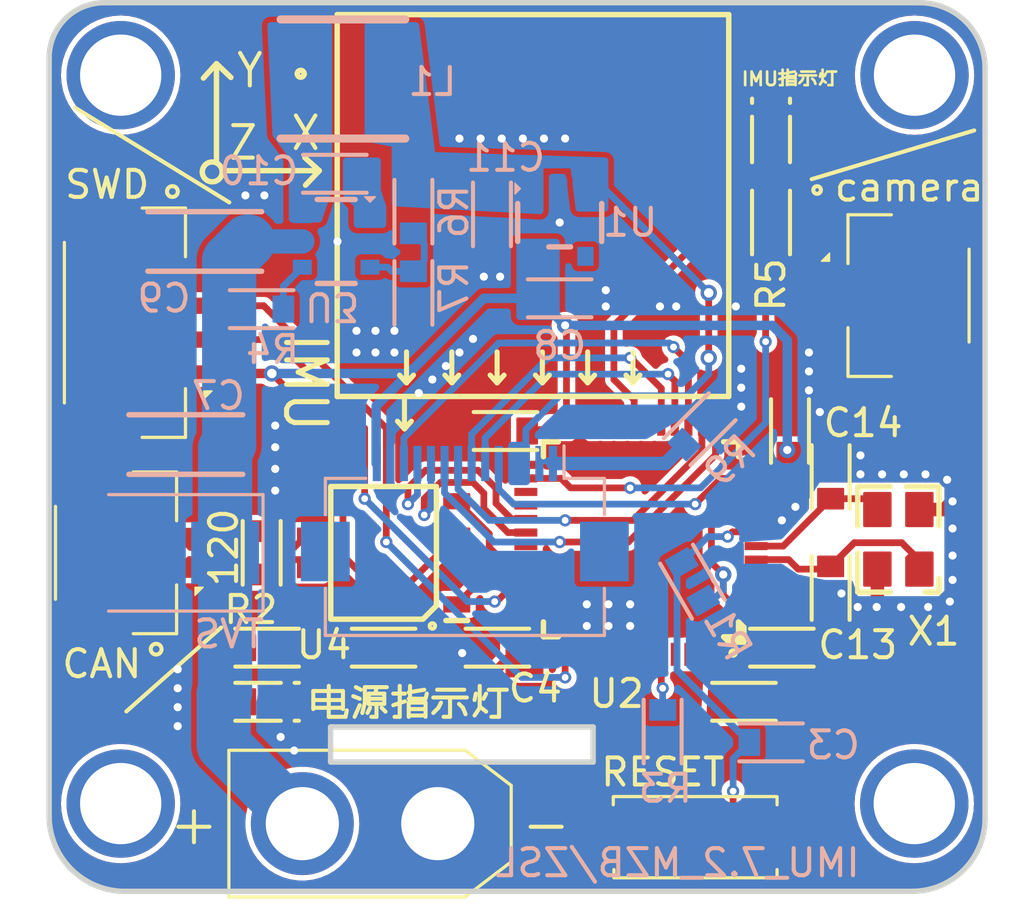
<source format=kicad_pcb>
(kicad_pcb (version 20211014) (generator pcbnew)
  (layers (0 "F.Cu" signal) (31 "B.Cu" signal) (34 "B.Paste" user) (35 "F.Paste" user) (36 "B.SilkS" user "B.Silkscreen") (37 "F.SilkS" user "F.Silkscreen") (38 "B.Mask" user) (39 "F.Mask" user) (44 "Edge.Cuts" user))
  (net 0 "")
  (net 1 "+3V3")
  (net 2 "GND")
  (net 3 "+24V")
  (net 4 "+5V")
  (net 5 "/RESET")
  (net 6 "/XTAL0")
  (net 7 "/XTAL1")
  (net 8 "Net-(D2-Pad2)")
  (net 9 "Net-(D3-Pad2)")
  (net 10 "/SWDIO")
  (net 11 "/SWCLK")
  (net 12 "Net-(J3-Pad1)")
  (net 13 "/BOOT0")
  (net 14 "Net-(C10-Pad1)")
  (net 15 "GNDPWR")
  (net 20 "/TIM10_CH1")
  (net 22 "/INT1_Acce1")
  (net 23 "/INT1_Gyro")
  (net 24 "/SPI1_CLK")
  (net 25 "/SPI1_MISO")
  (net 26 "/SPI1_MOSI")
  (net 31 "Net-(R4-Pad2)")
  (net 33 "/CS1_Acce1")
  (net 34 "/CS1_Gyro")
  (net 36 "/CAN0_RX")
  (net 37 "/CAN0_TX")
  (net 46 "/CAN_H")
  (net 47 "/CAN_L")
  (net 48 "Net-(C10-Pad2)")
  (net 50 "/LED")
  (net 51 "Net-(R6-Pad2)")
  (footprint "GENERAL_RCL_SMD:C0603(1608M)" (layer "F.Cu") (at 135.6 100.5 90)
    (fp_text reference "C2" hide)
    (fp_text value "104")
  )
  (footprint "GENERAL_RCL_SMD:C0603(1608M)" (layer "F.Cu") (at 124.8 108.5 180)
    (fp_text reference "C4")
    (fp_text value "104")
  )
  (footprint "GENERAL_RCL_SMD:C0603(1608M)" (layer "F.Cu") (at 137.1 106.3 90)
    (fp_text reference "C13")
    (fp_text value "18pF")
  )
  (footprint "GENERAL_XTAL_OSC_SMD:SMD-3225_4" (layer "F.Cu") (at 139.6 104.5 90)
    (fp_text reference "X1")
    (fp_text value "Xtal-4")
  )
  (footprint "GENERAL_RCL_SMD:C0603(1608M)" (layer "F.Cu") (at 133.9 110.5)
    (fp_text reference "C6" hide)
    (fp_text value "104")
  )
  (footprint "CONNECTOR_AMASS_THT:AMASS_XT30U-M_1x02_P5.0mm_Vertical" (layer "F.Cu") (at 122.6 115 180)
    (fp_text reference "J2" hide)
    (fp_text value "Conn_01x02")
  )
  (footprint "GENERAL_MIDDLE-SEMI_SMD:SOP-3949_8" (layer "F.Cu") (at 120.6 105 180)
    (fp_text reference "U4")
    (fp_text value "VP230")
  )
  (footprint "GENERAL_RCL_SMD:C0603(1608M)" (layer "F.Cu") (at 137.1 102.2 -90)
    (fp_text reference "C14")
    (fp_text value "18pF")
  )
  (footprint "GENERAL_RCL_SMD:R0603(1608M)" (layer "F.Cu") (at 134.9 92.8 -90)
    (fp_text reference "R5")
    (fp_text value "1K")
  )
  (footprint "GENERAL_RCL_SMD:C0603(1608M)" (layer "F.Cu") (at 120.6 108.5)
    (fp_text reference "C12" hide)
    (fp_text value "10nF")
  )
  (footprint "GENERAL_RCL_SMD:R0603(1608M)" (layer "F.Cu") (at 116.1 105 -90)
    (fp_text reference "120")
    (fp_text value "120R")
  )
  (footprint "GENERAL_MIDDLE-SEMI_SMD:QFP-7070_48" (layer "F.Cu") (at 130.1 104.5 180)
    (fp_text reference "U2")
    (fp_text value "STM32F103C8Tx")
  )
  (footprint "CONNECTOR_GH_SMD:GH1.25_V_2" (layer "F.Cu") (at 139.6 95.5 -90)
    (fp_text reference "camera")
    (fp_text value "Conn_01x02")
  )
  (footprint "GENERAL_RCL_SMD:C0603(1608M)" (layer "F.Cu") (at 135.3 108.5)
    (fp_text reference "C1" hide)
    (fp_text value "104")
  )
  (footprint "MY:Swith_3_6_2.5MM" (layer "F.Cu") (at 132.1 115.5 180)
    (fp_text reference "RESET")
    (fp_text value "SW_DIP_x01")
  )
  (footprint "GENERAL_RCL_SMD:C0603(1608M)" (layer "F.Cu") (at 125.1 100.5 180)
    (fp_text reference "C5" hide)
    (fp_text value "104")
  )
  (footprint "CONNECTOR_GH_SMD:GH1.25_V_2" (layer "F.Cu") (at 111.1 105 90)
    (fp_text reference "CAN")
    (fp_text value "Conn_01x02")
  )
  (footprint "GENERAL_2-PIN_PLASTIC_SMD:LED0603(1608M)" (layer "F.Cu") (at 134.9 89.4 -90)
    (fp_text reference "IMU指示灯")
    (fp_text value "蓝灯")
  )
  (footprint "GENERAL_2-PIN_PLASTIC_SMD:LED0603(1608M)" (layer "F.Cu") (at 116.3 110.5 180)
    (fp_text reference "电源指示灯")
    (fp_text value "红灯")
  )
  (footprint "CONNECTOR_GH_SMD:GH1.25_V_4" (layer "F.Cu") (at 111.6 96.5 90)
    (fp_text reference "SWD")
    (fp_text value "Conn_01x04")
  )
  (footprint "GENERAL_RCL_SMD:R0603(1608M)" (layer "F.Cu") (at 116.3 108.5)
    (fp_text reference "R2")
    (fp_text value "1K")
  )
  (footprint "GENERAL_RCL_SMD:C0603(1608M)" (layer "B.Cu") (at 134.9 112)
    (fp_text reference "C3")
    (fp_text value "104")
  )
  (footprint "GENERAL_RCL_SMD:C0603(1608M)" (layer "B.Cu") (at 124.6 92.5 -90)
    (fp_text reference "C11")
    (fp_text value "10uF")
  )
  (footprint "GENERAL_RCL_SMD:C0603(1608M)" (layer "B.Cu") (at 121.7 95.4 90)
    (fp_text reference "R7")
    (fp_text value "8.2K")
  )
  (footprint "GENERAL_SMALL-SEMI_SMD:SOT-23-6" (layer "B.Cu") (at 118.85 93.5)
    (fp_text reference "U3")
    (fp_text value "TD1469")
  )
  (footprint "GENERAL_RCL_SMD:R0603(1608M)" (layer "B.Cu") (at 132.265685 100.434315 -135)
    (fp_text reference "R9")
    (fp_text value "0R")
  )
  (footprint "Connector_FFC-FPC:Hirose_FH12-14S-0.5SH_1x14-1MP_P0.50mm_Horizontal" (layer "B.Cu") (at 123.6 103.55 180)
    (fp_text reference "J4" hide)
    (fp_text value "Conn_01x14")
  )
  (footprint "GENERAL_RCL_SMD:C0603(1608M)" (layer "B.Cu") (at 127.1 95.6 180)
    (fp_text reference "C8")
    (fp_text value "10uF")
  )
  (footprint "GENERAL_SMALL-SEMI_SMD:SOT-23-5" (layer "B.Cu") (at 127.1 92.8 90)
    (fp_text reference "U1")
    (fp_text value "HX9193-33GB")
  )
  (footprint "GENERAL_RCL_SMD:C1206(3216M)" (layer "B.Cu") (at 114 93.5 180)
    (fp_text reference "C9")
    (fp_text value "22uF/35V/1206")
  )
  (footprint "GENERAL_RCL_SMD:C0603(1608M)" (layer "B.Cu") (at 116.1 96)
    (fp_text reference "R4")
    (fp_text value "100K")
  )
  (footprint "GENERAL_RCL_SMD:C0603(1608M)" (layer "B.Cu") (at 121.7 92.4 -90)
    (fp_text reference "R6")
    (fp_text value "43K")
  )
  (footprint "Diode_SMD:D_SMB" (layer "B.Cu") (at 112.6 105 180)
    (fp_text reference "TVS")
    (fp_text value "Diode_TVS_Bi")
  )
  (footprint "GENERAL_RCL_SMD:R0603(1608M)" (layer "B.Cu") (at 130.9 111.6 -90)
    (fp_text reference "R3")
    (fp_text value "1K")
  )
  (footprint "GENERAL_RCL_SMD:C1206(3216M)" (layer "B.Cu") (at 113.3 101 180)
    (fp_text reference "C7")
    (fp_text value "22uF/1206/35V")
  )
  (footprint "GENERAL_RCL_SMD:R0603(1608M)" (layer "B.Cu") (at 132 106.065685 120)
    (fp_text reference "R1")
    (fp_text value "1K")
  )
  (footprint "GENERAL_RCL_SMD:C0603(1608M)" (layer "B.Cu") (at 118.8 91 180)
    (fp_text reference "C10")
    (fp_text value "100nF")
  )
  (footprint "GENERAL_RCL_SMD:L_SWPA4030S" (layer "B.Cu") (at 119.1 87.5 -90)
    (fp_text reference "L1")
    (fp_text value "22uH")
  )
  (gr_arc (start 117.6678 87.307397) (mid 117.5408 87.434397) (end 117.4138 87.307397) (layer "F.SilkS") (width 0.2))
  (gr_arc (start 114.641647 90.931124) (mid 114.275323 91.297448) (end 113.908999 90.931124) (layer "F.SilkS") (width 0.2))
  (gr_arc (start 113.908999 90.931124) (mid 114.275323 90.5648) (end 114.641647 90.931124) (layer "F.SilkS") (width 0.2))
  (gr_line (start 114.6052 107.756803) (end 111.1052 110.856803) (layer "F.SilkS") (width 0.15))
  (gr_line (start 117.693322 90.404124) (end 118.226722 90.886724) (layer "F.SilkS") (width 0.2))
  (gr_line (start 114.431398 90.5204) (end 114.431398 86.935043) (layer "F.SilkS") (width 0.2))
  (gr_line (start 114.431398 86.935043) (end 114.964796 87.443043) (layer "F.SilkS") (width 0.2))
  (gr_line (start 133.3396 99.224536) (end 133.3396 85.123) (layer "F.SilkS") (width 0.2))
  (gr_circle (center 133.5 108.7) (end 133.6 108.7) (layer "F.SilkS") (width 0.15) (fill none))
  (gr_line (start 114.797722 90.886724) (end 118.226722 90.886724) (layer "F.SilkS") (width 0.2))
  (gr_line (start 118.887 99.224536) (end 118.887 85.123) (layer "F.SilkS") (width 0.2))
  (gr_line (start 142.4 89.4) (end 136.4 91.2) (layer "F.SilkS") (width 0.15))
  (gr_line (start 113.948798 87.468443) (end 114.431398 86.935043) (layer "F.SilkS") (width 0.2))
  (gr_line (start 118.887 99.224536) (end 133.3396 99.224536) (layer "F.SilkS") (width 0.2))
  (gr_line (start 117.718722 91.420122) (end 118.226722 90.886724) (layer "F.SilkS") (width 0.2))
  (gr_line (start 118.887 85.123) (end 133.3396 85.123) (layer "F.SilkS") (width 0.2))
  (gr_circle (center 112.2052 108.556803) (end 112.2052 108.756803) (layer "F.SilkS") (width 0.15) (fill none))
  (gr_arc (start 117.4138 87.307397) (mid 117.5408 87.180397) (end 117.6678 87.307397) (layer "F.SilkS") (width 0.2))
  (gr_circle (center 112.8052 91.656803) (end 112.8052 91.856803) (layer "F.SilkS") (width 0.15) (fill none))
  (gr_circle (center 122.4 107.7) (end 122.5 107.7) (layer "F.SilkS") (width 0.15) (fill none))
  (gr_circle (center 136.6 91.6) (end 136.7 91.5) (layer "F.SilkS") (width 0.15) (fill none))
  (gr_line (start 109.2052 88.556803) (end 114.9052 92.056803) (layer "F.SilkS") (width 0.15))
  (gr_line (start 142.7992 114.807603) (end 142.7992 87.0962) (layer "Edge.Cuts") (width 0.2))
  (gr_arc (start 140.3862 84.6832) (mid 142.092449 85.389951) (end 142.7992 87.0962) (layer "Edge.Cuts") (width 0.2))
  (gr_arc (start 142.7992 114.807603) (mid 142.010614 116.711417) (end 140.1068 117.500003) (layer "Edge.Cuts") (width 0.2))
  (gr_line (start 110.2872 84.683203) (end 140.3862 84.683203) (layer "Edge.Cuts") (width 0.2))
  (gr_arc (start 108.2552 86.715203) (mid 108.850358 85.27836) (end 110.2872 84.6832) (layer "Edge.Cuts") (width 0.2))
  (gr_line (start 118.6438 111.429403) (end 118.6438 112.724803) (layer "Edge.Cuts") (width 0.2))
  (gr_line (start 128.3339 112.724803) (end 128.3339 111.429403) (layer "Edge.Cuts") (width 0.2))
  (gr_line (start 128.3339 111.429403) (end 118.6438 111.429403) (layer "Edge.Cuts") (width 0.2))
  (gr_line (start 111.1 117.5) (end 140.1068 117.500003) (layer "Edge.Cuts") (width 0.2))
  (gr_arc (start 111.1 117.499997) (mid 109.109466 116.717577) (end 108.2552 114.756803) (layer "Edge.Cuts") (width 0.2))
  (gr_line (start 118.6438 112.724803) (end 128.3339 112.724803) (layer "Edge.Cuts") (width 0.2))
  (gr_line (start 108.2552 114.756803) (end 108.2552 86.715203) (layer "Edge.Cuts") (width 0.2))
  (gr_text "IMU_7.2_MZB/ZSL" (at 131.45 116.45) (layer "B.SilkS") (effects (font (size 1 1)) (justify mirror)))
  (gr_text "IMU" (at 116.826722 96.786724 270) (layer "F.SilkS") (effects (font (size 1.499999 1.349999) (thickness 0.187499)) (justify left bottom)))
  (gr_text "Y" (at 115.10129 87.8916) (layer "F.SilkS") (effects (font (size 1.2 1.08)) (justify left bottom)))
  (gr_text "X" (at 117.109 90.203) (layer "F.SilkS") (effects (font (size 1.2 1.08)) (justify left bottom)))
  (gr_text "↓" (at 120.411 100.617) (layer "F.SilkS") (effects (font (size 1.499999 1.349999) (thickness 0.187499)) (justify left bottom)))
  (gr_text "↓↓↓↓↓↓" (at 120.4872 98.9152) (layer "F.SilkS") (effects (font (size 1.499999 1.349999) (thickness 0.187499)) (justify left bottom)))
  (gr_text "Z" (at 114.7976 90.5586) (layer "F.SilkS") (effects (font (size 1.2 1.08)) (justify left bottom)))
  (via (at 110.8968 87.359406) (size 4) (drill 3) (layers "F.Cu" "B.Cu") (net 0))
  (via (at 140.1868 114.259406) (size 4) (drill 3) (layers "F.Cu" "B.Cu") (net 0))
  (via (at 140.1968 87.359406) (size 4) (drill 3) (layers "F.Cu" "B.Cu") (net 0))
  (via (at 110.8968 114.259406) (size 4) (drill 3) (layers "F.Cu" "B.Cu") (net 0))
  (segment (start 123.3 104.365) (end 121.4 106.265) (width 0.25) (layer "F.Cu") (net 1))
  (segment (start 117.92452 109.32452) (end 117.1 108.5) (width 0.25) (layer "F.Cu") (net 1))
  (segment (start 132.7 103.8) (end 133.25 103.25) (width 0.25) (layer "F.Cu") (net 1))
  (segment (start 124.5 109.6) (end 122.5 109.6) (width 0.35) (layer "F.Cu") (net 1))
  (segment (start 134.926113 103.25) (end 134.35 103.25) (width 0.25) (layer "F.Cu") (net 1))
  (segment (start 133.137424 106.562577) (end 133.824847 107.25) (width 0.25) (layer "F.Cu") (net 1))
  (segment (start 119.1 101) (end 116.475 98.375) (width 0.25) (layer "F.Cu") (net 1))
  (segment (start 127.35 96.65) (end 127.300489 96.600489) (width 0.25) (layer "F.Cu") (net 1))
  (segment (start 133.824847 107.25) (end 134.35 107.25) (width 0.25) (layer "F.Cu") (net 1))
  (segment (start 125.9 100.5) (end 126.5 100.5) (width 0.35) (layer "F.Cu") (net 1))
  (segment (start 121.4 107.4) (end 119.1 105.1) (width 0.25) (layer "F.Cu") (net 1))
  (segment (start 122.5 109.6) (end 121.4 108.5) (width 0.35) (layer "F.Cu") (net 1))
  (segment (start 113.378 98.375) (end 116.475 98.375) (width 0.35) (layer "F.Cu") (net 1))
  (segment (start 119.1 105.1) (end 119.1 101) (width 0.25) (layer "F.Cu") (net 1))
  (segment (start 125.6 108.5) (end 124.5 109.6) (width 0.35) (layer "F.Cu") (net 1))
  (segment (start 135.6 101.3) (end 135.7 101.4) (width 0.25) (layer "F.Cu") (net 1))
  (segment (start 126.5 100.5) (end 126.75 100.25) (width 0.35) (layer "F.Cu") (net 1))
  (segment (start 127.35 100.25) (end 127.35 96.65) (width 0.25) (layer "F.Cu") (net 1))
  (segment (start 121.4 108.5) (end 120.57548 109.32452) (width 0.25) (layer "F.Cu") (net 1))
  (segment (start 120.57548 109.32452) (end 117.92452 109.32452) (width 0.25) (layer "F.Cu") (net 1))
  (segment (start 132.7 105.362576) (end 132.7 103.8) (width 0.25) (layer "F.Cu") (net 1))
  (segment (start 133.137424 105.8) (end 132.7 105.362576) (width 0.25) (layer "F.Cu") (net 1))
  (segment (start 133.25 103.25) (end 134.35 103.25) (width 0.25) (layer "F.Cu") (net 1))
  (segment (start 133.137424 105.8) (end 133.137424 106.562577) (width 0.25) (layer "F.Cu") (net 1))
  (segment (start 126.75 100.25) (end 127.32548 100.25) (width 0.35) (layer "F.Cu") (net 1))
  (segment (start 121.4 106.265) (end 121.4 107.4) (width 0.25) (layer "F.Cu") (net 1))
  (segment (start 135.7 101.4) (end 135.7 102.476113) (width 0.25) (layer "F.Cu") (net 1))
  (segment (start 135.7 102.476113) (end 134.926113 103.25) (width 0.25) (layer "F.Cu") (net 1))
  (segment (start 121.4 108.5) (end 121.4 107.4) (width 0.25) (layer "F.Cu") (net 1))
  (via (at 133.137424 105.8) (size 0.6) (drill 0.3) (layers "F.Cu" "B.Cu") (net 1))
  (via (at 116.475 98.375) (size 0.6) (drill 0.35) (layers "F.Cu" "B.Cu") (net 1))
  (via (at 127.300489 96.600489) (size 0.6) (drill 0.3) (layers "F.Cu" "B.Cu") (net 1))
  (via (at 135.5 101.2) (size 0.6) (drill 0.3) (layers "F.Cu" "B.Cu") (net 1))
  (segment (start 120.325489 99.574511) (end 120.325489 101.7) (width 0.35) (layer "B.Cu") (net 1))
  (segment (start 127.300489 96.600489) (end 134.948327 96.600489) (width 0.35) (layer "B.Cu") (net 1))
  (segment (start 133.137424 105.8) (end 133.137424 106.362576) (width 0.25) (layer "B.Cu") (net 1))
  (segment (start 134.948327 96.600489) (end 135.5 97.152162) (width 0.35) (layer "B.Cu") (net 1))
  (segment (start 124.3 95.6) (end 122 97.9) (width 0.35) (layer "B.Cu") (net 1))
  (segment (start 126.3 95.6) (end 127.300489 96.600489) (width 0.35) (layer "B.Cu") (net 1))
  (segment (start 133.137424 106.362576) (end 132.741495 106.758505) (width 0.25) (layer "B.Cu") (net 1))
  (segment (start 135.5 97.152162) (end 135.5 101.2) (width 0.35) (layer "B.Cu") (net 1))
  (segment (start 121.525 98.375) (end 121.7 98.2) (width 0.35) (layer "B.Cu") (net 1))
  (segment (start 116.475 98.375) (end 121.525 98.375) (width 0.35) (layer "B.Cu") (net 1))
  (segment (start 122 97.9) (end 121.7 98.2) (width 0.35) (layer "B.Cu") (net 1))
  (segment (start 132.741495 106.758505) (end 132.4 106.758505) (width 0.25) (layer "B.Cu") (net 1))
  (segment (start 121.7 98.2) (end 120.325489 99.574511) (width 0.35) (layer "B.Cu") (net 1))
  (segment (start 126.3 95.6) (end 124.3 95.6) (width 0.35) (layer "B.Cu") (net 1))
  (segment (start 141.3 103.4) (end 141.6 103.1) (width 0.5) (layer "F.Cu") (net 2))
  (segment (start 138.825 106.975) (end 138.8 107) (width 0.5) (layer "F.Cu") (net 2))
  (segment (start 140.375 103.4) (end 141.3 103.4) (width 0.5) (layer "F.Cu") (net 2))
  (segment (start 138.825 105.6) (end 138.825 106.975) (width 0.5) (layer "F.Cu") (net 2))
  (via (at 130.8 95.9) (size 0.6) (drill 0.3) (layers "F.Cu" "B.Cu") (net 2))
  (via (at 136.3 98.3) (size 0.6) (drill 0.3) (layers "F.Cu" "B.Cu") (net 2))
  (via (at 122.9 98.1) (size 0.6) (drill 0.3) (layers "F.Cu" "B.Cu") (net 2))
  (via (at 119.6 97.6) (size 0.6) (drill 0.3) (layers "F.Cu" "B.Cu") (net 2))
  (via (at 127.1 92.8) (size 0.6) (drill 0.3) (layers "F.Cu" "B.Cu") (net 2))
  (via (at 136.3 97.6) (size 0.6) (drill 0.3) (layers "F.Cu" "B.Cu") (net 2))
  (via (at 140.7 107) (size 0.6) (drill 0.3) (layers "F.Cu" "B.Cu") (net 2))
  (via (at 121.9 99.1) (size 0.6) (drill 0.3) (layers "F.Cu" "B.Cu") (net 2))
  (via (at 139 102.1) (size 0.6) (drill 0.3) (layers "F.Cu" "B.Cu") (net 2))
  (via (at 138.8 107) (size 0.6) (drill 0.3) (layers "F.Cu" "B.Cu") (net 2))
  (via (at 139.8 102.1) (size 0.6) (drill 0.3) (layers "F.Cu" "B.Cu") (net 2))
  (via (at 122.4 98.6) (size 0.6) (drill 0.3) (layers "F.Cu" "B.Cu") (net 2))
  (via (at 121 97.6) (size 0.6) (drill 0.3) (layers "F.Cu" "B.Cu") (net 2))
  (via (at 124.3 94.8) (size 0.6) (drill 0.3) (layers "F.Cu" "B.Cu") (net 2))
  (via (at 123.4 97.6) (size 0.6) (drill 0.3) (layers "F.Cu" "B.Cu") (net 2))
  (via (at 117.3 112.3) (size 0.6) (drill 0.3) (layers "F.Cu" "B.Cu") (net 2))
  (via (at 124.9 94.8) (size 0.6) (drill 0.3) (layers "F.Cu" "B.Cu") (net 2))
  (via (at 141.5 106.8) (size 0.6) (drill 0.3) (layers "F.Cu" "B.Cu") (net 2))
  (via (at 141.6 103.1) (size 0.6) (drill 0.3) (layers "F.Cu" "B.Cu") (net 2))
  (via (at 133.8 98.9) (size 0.6) (drill 0.3) (layers "F.Cu" "B.Cu") (net 2))
  (via (at 113 111.4) (size 0.6) (drill 0.3) (layers "F.Cu" "B.Cu") (net 2))
  (via (at 140.6 102.1) (size 0.6) (drill 0.3) (layers "F.Cu" "B.Cu") (net 2))
  (via (at 118.9 93.5) (size 0.6) (drill 0.3) (layers "F.Cu" "B.Cu") (net 2))
  (via (at 136.7 99.8) (size 0.6) (drill 0.3) (layers "F.Cu" "B.Cu") (net 2))
  (via (at 116.6 101.1) (size 0.6) (drill 0.3) (layers "F.Cu" "B.Cu") (net 2))
  (via (at 135.3 103.8) (size 0.6) (drill 0.3) (layers "F.Cu" "B.Cu") (net 2))
  (via (at 121 96.8) (size 0.6) (drill 0.3) (layers "F.Cu" "B.Cu") (net 2))
  (via (at 141.6 106) (size 0.6) (drill 0.3) (layers "F.Cu" "B.Cu") (net 2))
  (via (at 139.7 107) (size 0.6) (drill 0.3) (layers "F.Cu" "B.Cu") (net 2))
  (via (at 119.6 96.8) (size 0.6) (drill 0.3) (layers "F.Cu" "B.Cu") (net 2))
  (via (at 128.1 106.9) (size 0.6) (drill 0.3) (layers "F.Cu" "B.Cu") (net 2))
  (via (at 123.4 89.7) (size 0.6) (drill 0.3) (layers "F.Cu" "B.Cu") (net 2))
  (via (at 137.5 106.5) (size 0.6) (drill 0.3) (layers "F.Cu" "B.Cu") (net 2))
  (via (at 138.1 107) (size 0.6) (drill 0.3) (layers "F.Cu" "B.Cu") (net 2))
  (via (at 116.2 91.8) (size 0.6) (drill 0.3) (layers "F.Cu" "B.Cu") (net 2))
  (via (at 138.2 102.1) (size 0.6) (drill 0.3) (layers "F.Cu" "B.Cu") (net 2))
  (via (at 141.6 105.1) (size 0.6) (drill 0.3) (layers "F.Cu" "B.Cu") (net 2))
  (via (at 115.5 91.8) (size 0.6) (drill 0.3) (layers "F.Cu" "B.Cu") (net 2))
  (via (at 128.1 107.7) (size 0.6) (drill 0.3) (layers "F.Cu" "B.Cu") (net 2))
  (via (at 141.6 104.1) (size 0.6) (drill 0.3) (layers "F.Cu" "B.Cu") (net 2))
  (via (at 123.9 97.1) (size 0.6) (drill 0.3) (layers "F.Cu" "B.Cu") (net 2))
  (via (at 128.9 106.9) (size 0.6) (drill 0.3) (layers "F.Cu" "B.Cu") (net 2))
  (via (at 125.74 89.7) (size 0.6) (drill 0.3) (layers "F.Cu" "B.Cu") (net 2))
  (via (at 135.8 103.3) (size 0.6) (drill 0.3) (layers "F.Cu" "B.Cu") (net 2))
  (via (at 129.7 106.9) (size 0.6) (drill 0.3) (layers "F.Cu" "B.Cu") (net 2))
  (via (at 133.8 98.2) (size 0.6) (drill 0.3) (layers "F.Cu" "B.Cu") (net 2))
  (via (at 120.3 96.8) (size 0.6) (drill 0.3) (layers "F.Cu" "B.Cu") (net 2))
  (via (at 113 109.3) (size 0.6) (drill 0.3) (layers "F.Cu" "B.Cu") (net 2))
  (via (at 113 110.7) (size 0.6) (drill 0.3) (layers "F.Cu" "B.Cu") (net 2))
  (via (at 138.2 101.4) (size 0.6) (drill 0.3) (layers "F.Cu" "B.Cu") (net 2))
  (via (at 129.7 107.7) (size 0.6) (drill 0.3) (layers "F.Cu" "B.Cu") (net 2))
  (via (at 116.6 100.3) (size 0.6) (drill 0.3) (layers "F.Cu" "B.Cu") (net 2))
  (via (at 126.52 89.7) (size 0.6) (drill 0.3) (layers "F.Cu" "B.Cu") (net 2))
  (via (at 116.8 111.8) (size 0.6) (drill 0.3) (layers "F.Cu" "B.Cu") (net 2))
  (via (at 116.6 101.9) (size 0.6) (drill 0.3) (layers "F.Cu" "B.Cu") (net 2))
  (via (at 127.3 89.7) (size 0.6) (drill 0.3) (layers "F.Cu" "B.Cu") (net 2))
  (via (at 120.3 97.6) (size 0.6) (drill 0.3) (layers "F.Cu" "B.Cu") (net 2))
  (via (at 113 110) (size 0.6) (drill 0.3) (layers "F.Cu" "B.Cu") (net 2))
  (via (at 133.6 95.9) (size 0.6) (drill 0.3) (layers "F.Cu" "B.Cu") (net 2))
  (via (at 116.6 102.7) (size 0.6) (drill 0.3) (layers "F.Cu" "B.Cu") (net 2))
  (via (at 124.18 89.7) (size 0.6) (drill 0.3) (layers "F.Cu" "B.Cu") (net 2))
  (via (at 124.96 89.7) (size 0.6) (drill 0.3) (layers "F.Cu" "B.Cu") (net 2))
  (via (at 133.8 99.6) (size 0.6) (drill 0.3) (layers "F.Cu" "B.Cu") (net 2))
  (via (at 128.8 95.3) (size 0.6) (drill 0.3) (layers "F.Cu" "B.Cu") (net 2))
  (via (at 131.4 95.9) (size 0.6) (drill 0.3) (layers "F.Cu" "B.Cu") (net 2))
  (via (at 136.3 99) (size 0.6) (drill 0.3) (layers "F.Cu" "B.Cu") (net 2))
  (via (at 141.4 102.3) (size 0.6) (drill 0.3) (layers "F.Cu" "B.Cu") (net 2))
  (via (at 123.5 108.7) (size 0.6) (drill 0.3) (layers "F.Cu" "B.Cu") (net 2))
  (via (at 128.8 95.9) (size 0.6) (drill 0.3) (layers "F.Cu" "B.Cu") (net 2))
  (via (at 128.9 107.7) (size 0.6) (drill 0.3) (layers "F.Cu" "B.Cu") (net 2))
  (segment (start 114.75 110.15) (end 114.75 105) (width 2) (layer "B.Cu") (net 3))
  (segment (start 114.75 101.15) (end 114.9 101) (width 2) (layer "B.Cu") (net 3))
  (segment (start 114.7 110.2) (end 114.75 110.15) (width 2) (layer "B.Cu") (net 3))
  (segment (start 114.75 105) (end 114.75 101.15) (width 2) (layer "B.Cu") (net 3))
  (segment (start 114.7 112.1) (end 114.7 110.2) (width 2) (layer "B.Cu") (net 3))
  (segment (start 117.6 115) (end 114.7 112.1) (width 2) (layer "B.Cu") (net 3))
  (segment (start 115.6 93.5) (end 117.6 93.5) (width 0.9) (layer "B.Cu") (net 3))
  (segment (start 114.9 101) (end 114.9 94.2) (width 2) (layer "B.Cu") (net 3))
  (segment (start 114.9 94.2) (end 115.6 93.5) (width 2) (layer "B.Cu") (net 3))
  (segment (start 132.6 97.8) (end 132.6 95.4) (width 0.25) (layer "F.Cu") (net 4))
  (via (at 132.6 97.8) (size 0.6) (drill 0.35) (layers "F.Cu" "B.Cu") (net 4))
  (via (at 132.6 95.4) (size 0.6) (drill 0.35) (layers "F.Cu" "B.Cu") (net 4))
  (segment (start 126.3 100) (end 127.1 99.2) (width 0.25) (layer "B.Cu") (net 4))
  (segment (start 131.8 99.2) (end 132.6 98.4) (width 0.25) (layer "B.Cu") (net 4))
  (segment (start 125.5 101.4) (end 125.7 101.4) (width 0.25) (layer "B.Cu") (net 4))
  (segment (start 127.1 99.2) (end 131.7 99.2) (width 0.25) (layer "B.Cu") (net 4))
  (segment (start 125.85 101.7) (end 125.85 100.45) (width 0.25) (layer "B.Cu") (net 4))
  (segment (start 125.85 101.55) (end 125.85 101.7) (width 0.25) (layer "B.Cu") (net 4))
  (segment (start 131.7 99.2) (end 131.8 99.2) (width 0.25) (layer "B.Cu") (net 4))
  (segment (start 125.35 101.55) (end 125.5 101.4) (width 0.25) (layer "B.Cu") (net 4))
  (segment (start 125.85 100.45) (end 126.3 100) (width 0.25) (layer "B.Cu") (net 4))
  (segment (start 132.6 98.4) (end 132.6 97.8) (width 0.25) (layer "B.Cu") (net 4))
  (segment (start 132.6 95.4) (end 128.75 91.55) (width 0.25) (layer "B.Cu") (net 4))
  (segment (start 125.35 101.7) (end 125.35 101.55) (width 0.25) (layer "B.Cu") (net 4))
  (segment (start 128.75 91.55) (end 128.05 91.55) (width 0.25) (layer "B.Cu") (net 4))
  (segment (start 125.7 101.4) (end 125.85 101.55) (width 0.25) (layer "B.Cu") (net 4))
  (segment (start 133.47548 104.22452) (end 133.3 104.4) (width 0.25) (layer "F.Cu") (net 5))
  (segment (start 133.5 113.8) (end 133.5 114.6) (width 0.25) (layer "F.Cu") (net 5))
  (segment (start 134.35 104.25) (end 134.32452 104.22452) (width 0.25) (layer "F.Cu") (net 5))
  (segment (start 133.9 104.22452) (end 133.47548 104.22452) (width 0.25) (layer "F.Cu") (net 5))
  (segment (start 134.32452 104.22452) (end 133.9 104.22452) (width 0.25) (layer "F.Cu") (net 5))
  (segment (start 133.5 114.6) (end 134.4 115.5) (width 0.25) (layer "F.Cu") (net 5))
  (segment (start 134.4 115.5) (end 135.3 115.5) (width 0.25) (layer "F.Cu") (net 5))
  (via (at 133.3 104.4) (size 0.45) (drill 0.25) (layers "F.Cu" "B.Cu") (net 5))
  (via (at 133.5 113.8) (size 0.45) (drill 0.25) (layers "F.Cu" "B.Cu") (net 5))
  (segment (start 134.1 112) (end 133.5 112.6) (width 0.25) (layer "B.Cu") (net 5))
  (segment (start 133.5 112.6) (end 133.5 113.8) (width 0.25) (layer "B.Cu") (net 5))
  (segment (start 131.430449 105.542416) (end 131.6 105.372865) (width 0.25) (layer "B.Cu") (net 5))
  (segment (start 131.430449 109.330449) (end 131.430449 105.542416) (width 0.25) (layer "B.Cu") (net 5))
  (segment (start 134.1 112) (end 131.430449 109.330449) (width 0.25) (layer "B.Cu") (net 5))
  (segment (start 132.572865 104.4) (end 131.6 105.372865) (width 0.25) (layer "B.Cu") (net 5))
  (segment (start 133.3 104.4) (end 132.572865 104.4) (width 0.25) (layer "B.Cu") (net 5))
  (segment (start 137.97452 104.62548) (end 139.72548 104.62548) (width 0.25) (layer "F.Cu") (net 6))
  (segment (start 139.72548 104.62548) (end 140.375 105.275) (width 0.25) (layer "F.Cu") (net 6))
  (segment (start 137 105.6) (end 137.1 105.5) (width 0.25) (layer "F.Cu") (net 6))
  (segment (start 135.55 105.25) (end 135.9 105.6) (width 0.25) (layer "F.Cu") (net 6))
  (segment (start 140.375 105.275) (end 140.375 105.6) (width 0.25) (layer "F.Cu") (net 6))
  (segment (start 137.1 105.5) (end 137.97452 104.62548) (width 0.25) (layer "F.Cu") (net 6))
  (segment (start 134.35 105.25) (end 135.55 105.25) (width 0.25) (layer "F.Cu") (net 6))
  (segment (start 135.9 105.6) (end 137 105.6) (width 0.25) (layer "F.Cu") (net 6))
  (segment (start 137.1 103) (end 135.35 104.75) (width 0.25) (layer "F.Cu") (net 7))
  (segment (start 135.35 104.75) (end 134.35 104.75) (width 0.25) (layer "F.Cu") (net 7))
  (segment (start 138.425 103) (end 138.825 103.4) (width 0.25) (layer "F.Cu") (net 7))
  (segment (start 137.1 103) (end 138.425 103) (width 0.25) (layer "F.Cu") (net 7))
  (segment (start 115.5 108.5) (end 115.4 108.5) (width 0.25) (layer "F.Cu") (net 8))
  (segment (start 114.9 109) (end 114.9 110) (width 0.25) (layer "F.Cu") (net 8))
  (segment (start 115.4 110.5) (end 115.5 110.5) (width 0.25) (layer "F.Cu") (net 8))
  (segment (start 114.9 110) (end 115.4 110.5) (width 0.25) (layer "F.Cu") (net 8))
  (segment (start 115.4 108.5) (end 114.9 109) (width 0.25) (layer "F.Cu") (net 8))
  (segment (start 135.3 90.2) (end 134.9 90.2) (width 0.25) (layer "F.Cu") (net 9))
  (segment (start 134.9 92) (end 135.5 92) (width 0.25) (layer "F.Cu") (net 9))
  (segment (start 135.9 91.6) (end 135.9 90.8) (width 0.25) (layer "F.Cu") (net 9))
  (segment (start 135.5 92) (end 135.9 91.6) (width 0.25) (layer "F.Cu") (net 9))
  (segment (start 135.9 90.8) (end 135.3 90.2) (width 0.25) (layer "F.Cu") (net 9))
  (segment (start 125.324847 106.25) (end 124.774847 106.8) (width 0.25) (layer "F.Cu") (net 10))
  (segment (start 119.9 103) (end 119.9 100.4) (width 0.25) (layer "F.Cu") (net 10))
  (segment (start 116.625 97.125) (end 113.378 97.125) (width 0.25) (layer "F.Cu") (net 10))
  (segment (start 124.774847 106.8) (end 124.7 106.8) (width 0.25) (layer "F.Cu") (net 10))
  (segment (start 125.85 106.25) (end 125.324847 106.25) (width 0.25) (layer "F.Cu") (net 10))
  (segment (start 119.9 100.4) (end 116.625 97.125) (width 0.25) (layer "F.Cu") (net 10))
  (via (at 124.7 106.8) (size 0.45) (drill 0.25) (layers "F.Cu" "B.Cu") (net 10))
  (via (at 119.9 103) (size 0.45) (drill 0.25) (layers "F.Cu" "B.Cu") (net 10))
  (segment (start 123.7 106.8) (end 119.9 103) (width 0.25) (layer "B.Cu") (net 10))
  (segment (start 124.7 106.8) (end 123.7 106.8) (width 0.25) (layer "B.Cu") (net 10))
  (segment (start 127.3 108.8) (end 127.35 108.75) (width 0.25) (layer "F.Cu") (net 11))
  (segment (start 127.3 109.6) (end 127.3 108.8) (width 0.25) (layer "F.Cu") (net 11))
  (segment (start 116.175 95.875) (end 113.378 95.875) (width 0.25) (layer "F.Cu") (net 11))
  (segment (start 120.7 100.4) (end 116.175 95.875) (width 0.25) (layer "F.Cu") (net 11))
  (segment (start 120.7 104.6) (end 120.7 100.4) (width 0.25) (layer "F.Cu") (net 11))
  (via (at 127.3 109.6) (size 0.45) (drill 0.25) (layers "F.Cu" "B.Cu") (net 11))
  (via (at 120.7 104.6) (size 0.45) (drill 0.25) (layers "F.Cu" "B.Cu") (net 11))
  (segment (start 125.7 109.6) (end 127.3 109.6) (width 0.25) (layer "B.Cu") (net 11))
  (segment (start 120.7 104.6) (end 125.7 109.6) (width 0.25) (layer "B.Cu") (net 11))
  (segment (start 137.65 94.875) (end 135.825 94.875) (width 0.25) (layer "F.Cu") (net 12))
  (segment (start 134.7 96) (end 134.7 97.2) (width 0.25) (layer "F.Cu") (net 12))
  (segment (start 135.825 94.875) (end 134.7 96) (width 0.25) (layer "F.Cu") (net 12))
  (segment (start 125.85 102.25) (end 127.15 102.25) (width 0.25) (layer "F.Cu") (net 12))
  (segment (start 127.3 102.4) (end 127.5 102.6) (width 0.25) (layer "F.Cu") (net 12))
  (segment (start 127.5 102.6) (end 129.7 102.6) (width 0.25) (layer "F.Cu") (net 12))
  (segment (start 127.15 102.25) (end 127.3 102.4) (width 0.25) (layer "F.Cu") (net 12))
  (via (at 134.7 97.2) (size 0.45) (drill 0.25) (layers "F.Cu" "B.Cu") (net 12))
  (via (at 129.7 102.6) (size 0.45) (drill 0.25) (layers "F.Cu" "B.Cu") (net 12))
  (segment (start 132.3 102.6) (end 134.1 100.8) (width 0.25) (layer "B.Cu") (net 12))
  (segment (start 129.7 102.6) (end 132.3 102.6) (width 0.25) (layer "B.Cu") (net 12))
  (segment (start 134.7 100.2) (end 134.7 97.2) (width 0.25) (layer "B.Cu") (net 12))
  (segment (start 134.1 100.8) (end 134.7 100.2) (width 0.25) (layer "B.Cu") (net 12))
  (segment (start 130.85 109.95) (end 130.9 110) (width 0.25) (layer "F.Cu") (net 13))
  (segment (start 130.85 108.75) (end 130.85 109.95) (width 0.25) (layer "F.Cu") (net 13))
  (via (at 130.9 110) (size 0.45) (drill 0.25) (layers "F.Cu" "B.Cu") (net 13))
  (segment (start 130.9 110) (end 130.9 110.8) (width 0.25) (layer "B.Cu") (net 13))
  (segment (start 126.35 101.7) (end 126.45 101.6) (width 0.25) (layer "B.Cu") (net 15))
  (segment (start 126.45 101.6) (end 126.75 101.6) (width 0.25) (layer "B.Cu") (net 15))
  (segment (start 126.85 101.7) (end 131 101.7) (width 0.5) (layer "B.Cu") (net 15))
  (segment (start 131 101.7) (end 131.7 101) (width 0.5) (layer "B.Cu") (net 15))
  (segment (start 126.75 101.6) (end 126.85 101.7) (width 0.25) (layer "B.Cu") (net 15))
  (segment (start 133.05 102.25) (end 134.35 102.25) (width 0.25) (layer "F.Cu") (net 20))
  (segment (start 132.1 103.2) (end 133.05 102.25) (width 0.25) (layer "F.Cu") (net 20))
  (via (at 132.1 103.2) (size 0.45) (drill 0.25) (layers "F.Cu" "B.Cu") (net 20))
  (segment (start 132.1 103.2) (end 125.400978 103.2) (width 0.25) (layer "B.Cu") (net 20))
  (segment (start 125.400978 103.2) (end 124.85 102.649022) (width 0.25) (layer "B.Cu") (net 20))
  (segment (start 124.85 102.649022) (end 124.85 101.7) (width 0.25) (layer "B.Cu") (net 20))
  (segment (start 129.635718 104.6) (end 127.1 104.6) (width 0.25) (layer "F.Cu") (net 22))
  (segment (start 132.85 101.385718) (end 129.635718 104.6) (width 0.25) (layer "F.Cu") (net 22))
  (segment (start 132.85 101.385718) (end 132.85 100.25) (width 0.25) (layer "F.Cu") (net 22))
  (via (at 127.1 104.6) (size 0.45) (drill 0.25) (layers "F.Cu" "B.Cu") (net 22))
  (segment (start 124.66526 104.6) (end 127.1 104.6) (width 0.25) (layer "B.Cu") (net 22))
  (segment (start 122.85 101.7) (end 122.85 102.78474) (width 0.25) (layer "B.Cu") (net 22))
  (segment (start 122.85 102.78474) (end 124.66526 104.6) (width 0.25) (layer "B.Cu") (net 22))
  (segment (start 132.35 100.25) (end 132.35 101.25) (width 0.25) (layer "F.Cu") (net 23))
  (segment (start 132.35 101.25) (end 129.8 103.8) (width 0.25) (layer "F.Cu") (net 23))
  (segment (start 129.8 103.8) (end 127.7 103.8) (width 0.25) (layer "F.Cu") (net 23))
  (segment (start 127.7 103.8) (end 127.3 103.8) (width 0.25) (layer "F.Cu") (net 23))
  (via (at 127.3 103.8) (size 0.45) (drill 0.25) (layers "F.Cu" "B.Cu") (net 23))
  (segment (start 127.3 103.8) (end 124.500978 103.8) (width 0.25) (layer "B.Cu") (net 23))
  (segment (start 123.35 102.649022) (end 123.35 101.7) (width 0.25) (layer "B.Cu") (net 23))
  (segment (start 124.500978 103.8) (end 123.35 102.649022) (width 0.25) (layer "B.Cu") (net 23))
  (segment (start 131.3 97.4) (end 131.85 97.95) (width 0.25) (layer "F.Cu") (net 24))
  (segment (start 131.85 97.95) (end 131.85 100.25) (width 0.25) (layer "F.Cu") (net 24))
  (via (at 131.3 97.4) (size 0.45) (drill 0.25) (layers "F.Cu" "B.Cu") (net 24))
  (segment (start 131.3 97.4) (end 131.150489 97.250489) (width 0.25) (layer "B.Cu") (net 24))
  (segment (start 121.35 100.750978) (end 121.35 101.7) (width 0.25) (layer "B.Cu") (net 24))
  (segment (start 131.150489 97.250489) (end 124.850489 97.250489) (width 0.25) (layer "B.Cu") (net 24))
  (segment (start 124.850489 97.250489) (end 121.35 100.750978) (width 0.25) (layer "B.Cu") (net 24))
  (segment (start 131.35 98.65) (end 131.35 100.25) (width 0.25) (layer "F.Cu") (net 25))
  (segment (start 131.1 98.4) (end 131.35 98.65) (width 0.25) (layer "F.Cu") (net 25))
  (via (at 131.1 98.4) (size 0.45) (drill 0.25) (layers "F.Cu" "B.Cu") (net 25))
  (segment (start 131.1 98.4) (end 126.700978 98.4) (width 0.25) (layer "B.Cu") (net 25))
  (segment (start 126.700978 98.4) (end 124.35 100.750978) (width 0.25) (layer "B.Cu") (net 25))
  (segment (start 124.35 100.750978) (end 124.35 101.7) (width 0.25) (layer "B.Cu") (net 25))
  (segment (start 129.7 97.8) (end 129.722873 97.8) (width 0.25) (layer "F.Cu") (net 26))
  (segment (start 129.722873 97.8) (end 130.85 98.927127) (width 0.25) (layer "F.Cu") (net 26))
  (segment (start 130.85 98.927127) (end 130.85 100.25) (width 0.25) (layer "F.Cu") (net 26))
  (via (at 129.7 97.8) (size 0.45) (drill 0.25) (layers "F.Cu" "B.Cu") (net 26))
  (segment (start 129.7 97.8) (end 126.665261 97.8) (width 0.25) (layer "B.Cu") (net 26))
  (segment (start 126.665261 97.8) (end 123.85 100.615261) (width 0.25) (layer "B.Cu") (net 26))
  (segment (start 123.85 100.615261) (end 123.85 101.7) (width 0.25) (layer "B.Cu") (net 26))
  (segment (start 116.9 95.15) (end 117.6 94.45) (width 0.25) (layer "B.Cu") (net 31))
  (segment (start 116.9 96) (end 116.9 95.15) (width 0.25) (layer "B.Cu") (net 31))
  (segment (start 124.74952 103.174673) (end 124.74952 102.613802) (width 0.25) (layer "F.Cu") (net 33))
  (segment (start 124.086197 101.95048) (end 122.14952 101.95048) (width 0.25) (layer "F.Cu") (net 33))
  (segment (start 122.14952 101.95048) (end 121.5 102.6) (width 0.25) (layer "F.Cu") (net 33))
  (segment (start 125.324847 103.75) (end 124.74952 103.174673) (width 0.25) (layer "F.Cu") (net 33))
  (segment (start 121.5 102.6) (end 121.5 103.2) (width 0.25) (layer "F.Cu") (net 33))
  (segment (start 125.85 103.75) (end 125.324847 103.75) (width 0.25) (layer "F.Cu") (net 33))
  (segment (start 124.74952 102.613802) (end 124.086197 101.95048) (width 0.25) (layer "F.Cu") (net 33))
  (via (at 121.5 103.2) (size 0.45) (drill 0.25) (layers "F.Cu" "B.Cu") (net 33))
  (segment (start 121.85 101.7) (end 121.85 102.85) (width 0.25) (layer "B.Cu") (net 33))
  (segment (start 121.85 102.85) (end 121.5 103.2) (width 0.25) (layer "B.Cu") (net 33))
  (segment (start 124.3 103.36087) (end 124.3 102.8) (width 0.25) (layer "F.Cu") (net 34))
  (segment (start 124.3 102.8) (end 123.9 102.4) (width 0.25) (layer "F.Cu") (net 34))
  (segment (start 123.9 102.4) (end 122.7 102.4) (width 0.25) (layer "F.Cu") (net 34))
  (segment (start 125.85 104.25) (end 125.18913 104.25) (width 0.25) (layer "F.Cu") (net 34))
  (segment (start 125.18913 104.25) (end 124.3 103.36087) (width 0.25) (layer "F.Cu") (net 34))
  (segment (start 122.7 102.4) (end 122.1 103) (width 0.25) (layer "F.Cu") (net 34))
  (segment (start 122.1 103) (end 122.1 103.6) (width 0.25) (layer "F.Cu") (net 34))
  (via (at 122.1 103.6) (size 0.45) (drill 0.25) (layers "F.Cu" "B.Cu") (net 34))
  (segment (start 122.35 101.7) (end 122.35 103.35) (width 0.25) (layer "B.Cu") (net 34))
  (segment (start 122.35 103.35) (end 122.1 103.6) (width 0.25) (layer "B.Cu") (net 34))
  (segment (start 125.85 105.25) (end 124.95 105.25) (width 0.25) (layer "F.Cu") (net 36))
  (segment (start 124.95 105.25) (end 124.5 104.8) (width 0.25) (layer "F.Cu") (net 36))
  (segment (start 124.5 104.295) (end 123.3 103.095) (width 0.25) (layer "F.Cu") (net 36))
  (segment (start 124.5 104.8) (end 124.5 104.295) (width 0.25) (layer "F.Cu") (net 36))
  (segment (start 125.85 105.75) (end 124.455 105.75) (width 0.25) (layer "F.Cu") (net 37))
  (segment (start 124.455 105.75) (end 123.3 106.905) (width 0.25) (layer "F.Cu") (net 37))
  (segment (start 113.42548 105.24952) (end 113.05 105.625) (width 0.25) (layer "F.Cu") (net 46))
  (segment (start 115.54952 105.24952) (end 113.42548 105.24952) (width 0.25) (layer "F.Cu") (net 46))
  (segment (start 117.9 105.635) (end 117.51452 105.24952) (width 0.25) (layer "F.Cu") (net 46))
  (segment (start 116.1 105.8) (end 115.54952 105.24952) (width 0.25) (layer "F.Cu") (net 46))
  (segment (start 117.51452 105.24952) (end 116.65048 105.24952) (width 0.25) (layer "F.Cu") (net 46))
  (segment (start 116.65048 105.24952) (end 116.1 105.8) (width 0.25) (layer "F.Cu") (net 46))
  (segment (start 117.735 104.365) (end 117.3 104.8) (width 0.25) (layer "F.Cu") (net 47))
  (segment (start 113.475 104.8) (end 113.05 104.375) (width 0.25) (layer "F.Cu") (net 47))
  (segment (start 115.5 104.8) (end 113.475 104.8) (width 0.25) (layer "F.Cu") (net 47))
  (segment (start 116.7 104.8) (end 116.1 104.2) (width 0.25) (layer "F.Cu") (net 47))
  (segment (start 117.9 104.365) (end 117.735 104.365) (width 0.25) (layer "F.Cu") (net 47))
  (segment (start 116.1 104.2) (end 115.5 104.8) (width 0.25) (layer "F.Cu") (net 47))
  (segment (start 117.3 104.8) (end 116.7 104.8) (width 0.25) (layer "F.Cu") (net 47))
  (segment (start 132.1 93.6) (end 134.9 93.6) (width 0.25) (layer "F.Cu") (net 50))
  (segment (start 129.1 96.6) (end 132.1 93.6) (width 0.25) (layer "F.Cu") (net 50))
  (segment (start 129.85 100.25) (end 129.85 99.35) (width 0.25) (layer "F.Cu") (net 50))
  (segment (start 129.1 98.6) (end 129.1 96.6) (width 0.25) (layer "F.Cu") (net 50))
  (segment (start 129.85 99.35) (end 129.1 98.6) (width 0.25) (layer "F.Cu") (net 50))
  (segment (start 120.1 94.45) (end 120.75 94.45) (width 0.25) (layer "B.Cu") (net 51))
  (segment (start 120.9 94.6) (end 121.7 94.6) (width 0.25) (layer "B.Cu") (net 51))
  (segment (start 120.75 94.45) (end 120.9 94.6) (width 0.25) (layer "B.Cu") (net 51))
  (segment (start 121.7 93.2) (end 122.1 93.6) (width 0.25) (layer "B.Cu") (net 51))
  (segment (start 122.1 94.2) (end 121.7 94.6) (width 0.25) (layer "B.Cu") (net 51))
  (segment (start 122.1 93.6) (end 122.1 94.2) (width 0.25) (layer "B.Cu") (net 51))
  (zone (net 1) (net_name "+3V3") (layer "F.Cu") (priority 1) (connect_pads yes (clearance 0)) (min_thickness 0.254) (fill yes (thermal_gap 0.508) (thermal_bridge_width 0.508))
    (polygon (pts (xy 126.5 109.6) (xy 125.1 109.6) (xy 125.1 107) (xy 126.5 107)))
  )
  (zone (net 1) (net_name "+3V3") (layer "F.Cu") (priority 1) (connect_pads yes (clearance 0)) (min_thickness 0.254) (fill yes (thermal_gap 0.508) (thermal_bridge_width 0.508))
    (polygon (pts (xy 135.1 109.4) (xy 133.9 109.4) (xy 133.7 111.2) (xy 132.5 111.2) (xy 132.7 108.2) (xy 133.7 108.2) (xy 133.7 107) (xy 135.1 107)))
  )
  (zone (net 0) (net_name "") (layers F&B.Cu) (connect_pads yes (clearance 0)) (min_thickness 0.254)
    (keepout (tracks allowed) (vias allowed) (pads allowed) (copperpour not_allowed) (footprints allowed))
    (fill (thermal_gap 0.508) (thermal_bridge_width 0.508))
    (polygon (pts (xy 141.3 102.6) (xy 141.3 106.4) (xy 141.1 106.6) (xy 138.1 106.6) (xy 137.9 106) (xy 136.9 106) (xy 135.9 105.8) (xy 135.3 105.4) (xy 133.9 105.4) (xy 133.9 104.6) (xy 135.3 104.5) (xy 136.3 103.4) (xy 136.3 103) (xy 136.7 102.4) (xy 141.1 102.4)))
  )
  (zone (net 2) (net_name "GND") (layers F&B.Cu) (connect_pads yes (clearance 0)) (min_thickness 0.254) (fill yes (thermal_gap 0.508) (thermal_bridge_width 0.508))
    (polygon (pts (xy 141.3 84.8) (xy 141.9 85.1) (xy 142.5 85.8) (xy 142.8 87.1) (xy 142.8 114.9) (xy 142.7 115.6) (xy 142.5 116.1) (xy 141.9 116.9) (xy 140.4 117.5) (xy 110.8 117.5) (xy 110.2 117.4) (xy 109.8 117.2) (xy 109.3 116.9) (xy 108.9 116.5) (xy 108.5 116) (xy 108.3 115.5) (xy 108.2 114.8) (xy 108.2 86.6) (xy 108.4 86) (xy 108.7 85.4) (xy 109.2 85) (xy 110.1 84.7) (xy 140.4 84.7)))
  )
  (zone (net 0) (net_name "") (layer "B.Cu") (connect_pads yes (clearance 0)) (min_thickness 0.254)
    (keepout (tracks allowed) (vias allowed) (pads allowed) (copperpour not_allowed) (footprints allowed))
    (fill (thermal_gap 0.508) (thermal_bridge_width 0.508))
    (polygon (pts (xy 132.9 101.2) (xy 132.7 101.6) (xy 130.9 102.2) (xy 126.1 102.6) (xy 126.1 100.8) (xy 130.3 100.8) (xy 131.7 100)))
  )
  (zone (net 14) (net_name "Net-(C10-Pad1)") (layer "B.Cu") (priority 1) (connect_pads yes (clearance 0)) (min_thickness 0.254) (fill yes (thermal_gap 0.508) (thermal_bridge_width 0.508))
    (polygon (pts (xy 120.5 91.6) (xy 120.7 92.2) (xy 120.7 93) (xy 119.5 93) (xy 119.5 92.2) (xy 119.1 91.8) (xy 119.1 90.4) (xy 120.5 90.4)))
  )
  (zone (net 0) (net_name "") (layer "B.Cu") (connect_pads yes (clearance 0)) (min_thickness 0.254)
    (keepout (tracks allowed) (vias allowed) (pads allowed) (copperpour not_allowed) (footprints allowed))
    (fill (thermal_gap 0.508) (thermal_bridge_width 0.508))
    (polygon (pts (xy 119.8 89.7) (xy 120 90.3) (xy 118.9 90.3) (xy 118.8 85.1) (xy 119.8 85.1)))
  )
  (zone (net 1) (net_name "+3V3") (layer "B.Cu") (priority 1) (connect_pads yes (clearance 0)) (min_thickness 0.254) (fill yes (thermal_gap 0.508) (thermal_bridge_width 0.508))
    (polygon (pts (xy 127.1 96.4) (xy 125.5 96.4) (xy 125.5 93.4) (xy 127.1 93.4)))
  )
  (zone (net 4) (net_name "+5V") (layer "B.Cu") (priority 1) (connect_pads yes (clearance 0)) (min_thickness 0.254) (fill yes (thermal_gap 0.508) (thermal_bridge_width 0.508))
    (polygon (pts (xy 122.5 90.2) (xy 128.9 90.4) (xy 128.9 92.4) (xy 127.7 92.4) (xy 127.5 90.8) (xy 126.5 90.8) (xy 126.5 92.5) (xy 120.9 92.2) (xy 120.9 90) (xy 119.9 89.8) (xy 119.9 85.4) (xy 121.9 85.4)))
  )
  (zone (net 4) (net_name "+5V") (layer "B.Cu") (priority 1) (connect_pads yes (clearance 0)) (min_thickness 0.254) (fill yes (thermal_gap 0.508) (thermal_bridge_width 0.508))
    (polygon (pts (xy 126.1 102.5) (xy 125.2 102.5) (xy 125.2 100.9) (xy 126.1 100.9)))
  )
  (zone (net 48) (net_name "Net-(C10-Pad2)") (layer "B.Cu") (priority 1) (connect_pads yes (clearance 0)) (min_thickness 0.254) (fill yes (thermal_gap 0.508) (thermal_bridge_width 0.508))
    (polygon (pts (xy 118.7 91.6) (xy 118.3 92.8) (xy 117.1 92.8) (xy 117.1 90.4) (xy 116.5 89.6) (xy 116.3 85.4) (xy 118.7 85.4)))
  )
)
</source>
